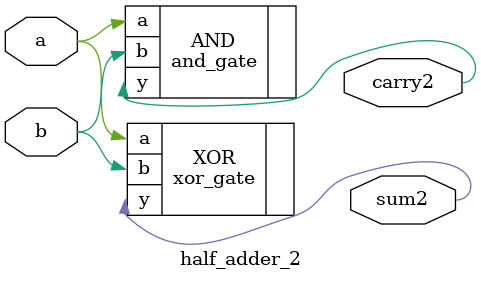
<source format=v>
module half_adder_2(a,b,sum2,carry2);
input a,b;
output sum2,carry2;
//directions
xor_gate XOR(
    .a(a),
    .b(b),
    .y(sum2)
);
and_gate AND(
    .a(a),
    .b(b),
    .y(carry2)
);
endmodule

</source>
